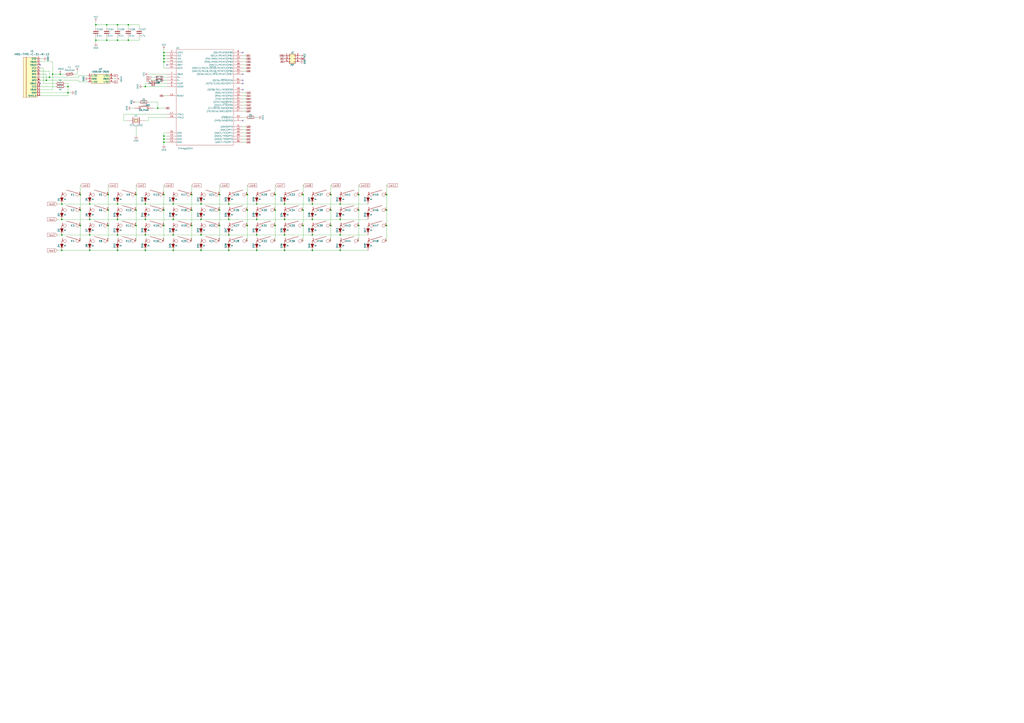
<source format=kicad_sch>
(kicad_sch (version 20200714) (host eeschema "(5.99.0-2560-gff3d5f0de-dirty)")
  (page 1 1)
  (paper "A1")
  (junction (at 38.1 66.04) (diameter 1.016))
  (junction (at 40.64 63.5) (diameter 1.016))
  (junction (at 43.18 60.96) (diameter 1.016))
  (junction (at 49.53 60.96) (diameter 1.016))
  (junction (at 50.8 167.64) (diameter 1.016))
  (junction (at 50.8 180.34) (diameter 1.016))
  (junction (at 50.8 193.04) (diameter 1.016))
  (junction (at 50.8 205.74) (diameter 1.016))
  (junction (at 55.88 71.12) (diameter 1.016))
  (junction (at 55.88 76.2) (diameter 1.016))
  (junction (at 66.04 160.02) (diameter 1.016))
  (junction (at 66.04 172.72) (diameter 1.016))
  (junction (at 66.04 185.42) (diameter 1.016))
  (junction (at 73.66 167.64) (diameter 1.016))
  (junction (at 73.66 180.34) (diameter 1.016))
  (junction (at 73.66 193.04) (diameter 1.016))
  (junction (at 73.66 205.74) (diameter 1.016))
  (junction (at 78.74 20.32) (diameter 1.016))
  (junction (at 78.74 33.02) (diameter 1.016))
  (junction (at 87.63 20.32) (diameter 1.016))
  (junction (at 87.63 33.02) (diameter 1.016))
  (junction (at 88.9 160.02) (diameter 1.016))
  (junction (at 88.9 172.72) (diameter 1.016))
  (junction (at 88.9 185.42) (diameter 1.016))
  (junction (at 96.52 20.32) (diameter 1.016))
  (junction (at 96.52 33.02) (diameter 1.016))
  (junction (at 96.52 167.64) (diameter 1.016))
  (junction (at 96.52 180.34) (diameter 1.016))
  (junction (at 96.52 193.04) (diameter 1.016))
  (junction (at 96.52 205.74) (diameter 1.016))
  (junction (at 105.41 20.32) (diameter 1.016))
  (junction (at 105.41 33.02) (diameter 1.016))
  (junction (at 111.76 160.02) (diameter 1.016))
  (junction (at 111.76 172.72) (diameter 1.016))
  (junction (at 111.76 185.42) (diameter 1.016))
  (junction (at 119.38 71.12) (diameter 1.016))
  (junction (at 119.38 167.64) (diameter 1.016))
  (junction (at 119.38 180.34) (diameter 1.016))
  (junction (at 119.38 193.04) (diameter 1.016))
  (junction (at 119.38 205.74) (diameter 1.016))
  (junction (at 129.54 88.9) (diameter 1.016))
  (junction (at 134.62 43.18) (diameter 1.016))
  (junction (at 134.62 45.72) (diameter 1.016))
  (junction (at 134.62 48.26) (diameter 1.016))
  (junction (at 134.62 50.8) (diameter 1.016))
  (junction (at 134.62 111.76) (diameter 1.016))
  (junction (at 134.62 114.3) (diameter 1.016))
  (junction (at 134.62 116.84) (diameter 1.016))
  (junction (at 134.62 160.02) (diameter 1.016))
  (junction (at 134.62 172.72) (diameter 1.016))
  (junction (at 134.62 185.42) (diameter 1.016))
  (junction (at 142.24 167.64) (diameter 1.016))
  (junction (at 142.24 180.34) (diameter 1.016))
  (junction (at 142.24 193.04) (diameter 1.016))
  (junction (at 142.24 205.74) (diameter 1.016))
  (junction (at 157.48 160.02) (diameter 1.016))
  (junction (at 157.48 172.72) (diameter 1.016))
  (junction (at 157.48 185.42) (diameter 1.016))
  (junction (at 165.1 167.64) (diameter 1.016))
  (junction (at 165.1 180.34) (diameter 1.016))
  (junction (at 165.1 193.04) (diameter 1.016))
  (junction (at 165.1 205.74) (diameter 1.016))
  (junction (at 180.34 160.02) (diameter 1.016))
  (junction (at 180.34 172.72) (diameter 1.016))
  (junction (at 180.34 185.42) (diameter 1.016))
  (junction (at 187.96 167.64) (diameter 1.016))
  (junction (at 187.96 180.34) (diameter 1.016))
  (junction (at 187.96 193.04) (diameter 1.016))
  (junction (at 187.96 205.74) (diameter 1.016))
  (junction (at 203.2 160.02) (diameter 1.016))
  (junction (at 203.2 172.72) (diameter 1.016))
  (junction (at 203.2 185.42) (diameter 1.016))
  (junction (at 210.82 167.64) (diameter 1.016))
  (junction (at 210.82 180.34) (diameter 1.016))
  (junction (at 210.82 193.04) (diameter 1.016))
  (junction (at 210.82 205.74) (diameter 1.016))
  (junction (at 226.06 160.02) (diameter 1.016))
  (junction (at 226.06 172.72) (diameter 1.016))
  (junction (at 226.06 185.42) (diameter 1.016))
  (junction (at 233.68 167.64) (diameter 1.016))
  (junction (at 233.68 180.34) (diameter 1.016))
  (junction (at 233.68 193.04) (diameter 1.016))
  (junction (at 233.68 205.74) (diameter 1.016))
  (junction (at 248.92 160.02) (diameter 1.016))
  (junction (at 248.92 172.72) (diameter 1.016))
  (junction (at 248.92 185.42) (diameter 1.016))
  (junction (at 256.54 167.64) (diameter 1.016))
  (junction (at 256.54 180.34) (diameter 1.016))
  (junction (at 256.54 193.04) (diameter 1.016))
  (junction (at 256.54 205.74) (diameter 1.016))
  (junction (at 271.78 160.02) (diameter 1.016))
  (junction (at 271.78 172.72) (diameter 1.016))
  (junction (at 271.78 185.42) (diameter 1.016))
  (junction (at 279.4 167.64) (diameter 1.016))
  (junction (at 279.4 180.34) (diameter 1.016))
  (junction (at 279.4 193.04) (diameter 1.016))
  (junction (at 279.4 205.74) (diameter 1.016))
  (junction (at 294.64 160.02) (diameter 1.016))
  (junction (at 294.64 172.72) (diameter 1.016))
  (junction (at 294.64 185.42) (diameter 1.016))
  (junction (at 317.5 160.02) (diameter 1.016))
  (junction (at 317.5 172.72) (diameter 1.016))
  (junction (at 317.5 185.42) (diameter 1.016))
  (no_connect (at 199.39 73.66))
  (no_connect (at 33.02 68.58))
  (no_connect (at 199.39 66.04))
  (no_connect (at 199.39 99.06))
  (no_connect (at 33.02 53.34))
  (no_connect (at 199.39 68.58))
  (no_connect (at 137.16 53.34))
  (no_connect (at 199.39 43.18))
  (no_connect (at 199.39 60.96))
  (wire (pts (xy 33.02 48.26) (xy 35.56 48.26)))
  (wire (pts (xy 33.02 50.8) (xy 43.18 50.8)))
  (wire (pts (xy 33.02 55.88) (xy 35.56 55.88)))
  (wire (pts (xy 33.02 58.42) (xy 40.64 58.42)))
  (wire (pts (xy 33.02 60.96) (xy 38.1 60.96)))
  (wire (pts (xy 33.02 63.5) (xy 40.64 63.5)))
  (wire (pts (xy 33.02 66.04) (xy 38.1 66.04)))
  (wire (pts (xy 33.02 71.12) (xy 45.72 71.12)))
  (wire (pts (xy 33.02 73.66) (xy 43.18 73.66)))
  (wire (pts (xy 33.02 76.2) (xy 55.88 76.2)))
  (wire (pts (xy 33.02 78.74) (xy 55.88 78.74)))
  (wire (pts (xy 35.56 55.88) (xy 35.56 68.58)))
  (wire (pts (xy 35.56 68.58) (xy 45.72 68.58)))
  (wire (pts (xy 38.1 60.96) (xy 38.1 66.04)))
  (wire (pts (xy 38.1 66.04) (xy 64.77 66.04)))
  (wire (pts (xy 40.64 63.5) (xy 40.64 58.42)))
  (wire (pts (xy 40.64 63.5) (xy 64.77 63.5)))
  (wire (pts (xy 43.18 50.8) (xy 43.18 60.96)))
  (wire (pts (xy 43.18 60.96) (xy 43.18 73.66)))
  (wire (pts (xy 43.18 60.96) (xy 49.53 60.96)))
  (wire (pts (xy 49.53 60.96) (xy 53.34 60.96)))
  (wire (pts (xy 50.8 167.64) (xy 46.99 167.64)))
  (wire (pts (xy 50.8 167.64) (xy 73.66 167.64)))
  (wire (pts (xy 50.8 180.34) (xy 46.99 180.34)))
  (wire (pts (xy 50.8 180.34) (xy 73.66 180.34)))
  (wire (pts (xy 50.8 193.04) (xy 46.99 193.04)))
  (wire (pts (xy 50.8 193.04) (xy 73.66 193.04)))
  (wire (pts (xy 50.8 205.74) (xy 46.99 205.74)))
  (wire (pts (xy 50.8 205.74) (xy 73.66 205.74)))
  (wire (pts (xy 53.34 68.58) (xy 55.88 68.58)))
  (wire (pts (xy 53.34 71.12) (xy 55.88 71.12)))
  (wire (pts (xy 55.88 68.58) (xy 55.88 71.12)))
  (wire (pts (xy 55.88 71.12) (xy 55.88 76.2)))
  (wire (pts (xy 55.88 76.2) (xy 58.42 76.2)))
  (wire (pts (xy 55.88 78.74) (xy 55.88 76.2)))
  (wire (pts (xy 60.96 60.96) (xy 63.5 60.96)))
  (wire (pts (xy 63.5 58.42) (xy 63.5 60.96)))
  (wire (pts (xy 64.77 62.23) (xy 72.39 62.23)))
  (wire (pts (xy 64.77 63.5) (xy 64.77 62.23)))
  (wire (pts (xy 64.77 67.31) (xy 64.77 66.04)))
  (wire (pts (xy 66.04 160.02) (xy 66.04 152.4)))
  (wire (pts (xy 66.04 172.72) (xy 66.04 160.02)))
  (wire (pts (xy 66.04 185.42) (xy 66.04 172.72)))
  (wire (pts (xy 66.04 198.12) (xy 66.04 185.42)))
  (wire (pts (xy 72.39 67.31) (xy 64.77 67.31)))
  (wire (pts (xy 73.66 167.64) (xy 96.52 167.64)))
  (wire (pts (xy 73.66 180.34) (xy 96.52 180.34)))
  (wire (pts (xy 73.66 193.04) (xy 96.52 193.04)))
  (wire (pts (xy 73.66 205.74) (xy 96.52 205.74)))
  (wire (pts (xy 78.74 17.78) (xy 78.74 20.32)))
  (wire (pts (xy 78.74 20.32) (xy 78.74 22.86)))
  (wire (pts (xy 78.74 20.32) (xy 87.63 20.32)))
  (wire (pts (xy 78.74 30.48) (xy 78.74 33.02)))
  (wire (pts (xy 78.74 33.02) (xy 78.74 35.56)))
  (wire (pts (xy 78.74 33.02) (xy 87.63 33.02)))
  (wire (pts (xy 87.63 20.32) (xy 87.63 22.86)))
  (wire (pts (xy 87.63 20.32) (xy 96.52 20.32)))
  (wire (pts (xy 87.63 30.48) (xy 87.63 33.02)))
  (wire (pts (xy 87.63 33.02) (xy 96.52 33.02)))
  (wire (pts (xy 88.9 160.02) (xy 88.9 152.4)))
  (wire (pts (xy 88.9 172.72) (xy 88.9 160.02)))
  (wire (pts (xy 88.9 185.42) (xy 88.9 172.72)))
  (wire (pts (xy 88.9 198.12) (xy 88.9 185.42)))
  (wire (pts (xy 92.71 64.77) (xy 95.25 64.77)))
  (wire (pts (xy 96.52 20.32) (xy 96.52 22.86)))
  (wire (pts (xy 96.52 20.32) (xy 105.41 20.32)))
  (wire (pts (xy 96.52 33.02) (xy 96.52 30.48)))
  (wire (pts (xy 96.52 33.02) (xy 105.41 33.02)))
  (wire (pts (xy 96.52 167.64) (xy 119.38 167.64)))
  (wire (pts (xy 96.52 180.34) (xy 119.38 180.34)))
  (wire (pts (xy 96.52 193.04) (xy 119.38 193.04)))
  (wire (pts (xy 96.52 205.74) (xy 119.38 205.74)))
  (wire (pts (xy 101.6 93.98) (xy 101.6 99.06)))
  (wire (pts (xy 101.6 93.98) (xy 137.16 93.98)))
  (wire (pts (xy 104.14 99.06) (xy 101.6 99.06)))
  (wire (pts (xy 105.41 20.32) (xy 105.41 22.86)))
  (wire (pts (xy 105.41 20.32) (xy 114.3 20.32)))
  (wire (pts (xy 105.41 33.02) (xy 105.41 30.48)))
  (wire (pts (xy 105.41 33.02) (xy 114.3 33.02)))
  (wire (pts (xy 110.49 88.9) (xy 107.95 88.9)))
  (wire (pts (xy 111.76 83.82) (xy 114.3 83.82)))
  (wire (pts (xy 111.76 104.14) (xy 111.76 111.76)))
  (wire (pts (xy 111.76 160.02) (xy 111.76 152.4)))
  (wire (pts (xy 111.76 172.72) (xy 111.76 160.02)))
  (wire (pts (xy 111.76 185.42) (xy 111.76 172.72)))
  (wire (pts (xy 111.76 198.12) (xy 111.76 185.42)))
  (wire (pts (xy 114.3 20.32) (xy 114.3 22.86)))
  (wire (pts (xy 114.3 33.02) (xy 114.3 30.48)))
  (wire (pts (xy 116.84 71.12) (xy 119.38 71.12)))
  (wire (pts (xy 119.38 68.58) (xy 119.38 71.12)))
  (wire (pts (xy 119.38 71.12) (xy 137.16 71.12)))
  (wire (pts (xy 119.38 167.64) (xy 142.24 167.64)))
  (wire (pts (xy 119.38 180.34) (xy 142.24 180.34)))
  (wire (pts (xy 119.38 193.04) (xy 142.24 193.04)))
  (wire (pts (xy 121.92 60.96) (xy 137.16 60.96)))
  (wire (pts (xy 121.92 68.58) (xy 119.38 68.58)))
  (wire (pts (xy 121.92 83.82) (xy 129.54 83.82)))
  (wire (pts (xy 121.92 96.52) (xy 121.92 99.06)))
  (wire (pts (xy 121.92 99.06) (xy 119.38 99.06)))
  (wire (pts (xy 124.46 63.5) (xy 127 63.5)))
  (wire (pts (xy 124.46 66.04) (xy 127 66.04)))
  (wire (pts (xy 125.73 88.9) (xy 129.54 88.9)))
  (wire (pts (xy 129.54 68.58) (xy 137.16 68.58)))
  (wire (pts (xy 129.54 83.82) (xy 129.54 88.9)))
  (wire (pts (xy 129.54 88.9) (xy 135.89 88.9)))
  (wire (pts (xy 134.62 40.64) (xy 134.62 43.18)))
  (wire (pts (xy 134.62 43.18) (xy 134.62 45.72)))
  (wire (pts (xy 134.62 45.72) (xy 134.62 48.26)))
  (wire (pts (xy 134.62 48.26) (xy 134.62 50.8)))
  (wire (pts (xy 134.62 50.8) (xy 134.62 55.88)))
  (wire (pts (xy 134.62 55.88) (xy 137.16 55.88)))
  (wire (pts (xy 134.62 63.5) (xy 137.16 63.5)))
  (wire (pts (xy 134.62 78.74) (xy 137.16 78.74)))
  (wire (pts (xy 134.62 109.22) (xy 134.62 111.76)))
  (wire (pts (xy 134.62 111.76) (xy 134.62 114.3)))
  (wire (pts (xy 134.62 111.76) (xy 137.16 111.76)))
  (wire (pts (xy 134.62 114.3) (xy 134.62 116.84)))
  (wire (pts (xy 134.62 114.3) (xy 137.16 114.3)))
  (wire (pts (xy 134.62 116.84) (xy 134.62 119.38)))
  (wire (pts (xy 134.62 160.02) (xy 134.62 152.4)))
  (wire (pts (xy 134.62 172.72) (xy 134.62 160.02)))
  (wire (pts (xy 134.62 185.42) (xy 134.62 172.72)))
  (wire (pts (xy 134.62 198.12) (xy 134.62 185.42)))
  (wire (pts (xy 137.16 43.18) (xy 134.62 43.18)))
  (wire (pts (xy 137.16 45.72) (xy 134.62 45.72)))
  (wire (pts (xy 137.16 48.26) (xy 134.62 48.26)))
  (wire (pts (xy 137.16 50.8) (xy 134.62 50.8)))
  (wire (pts (xy 137.16 66.04) (xy 134.62 66.04)))
  (wire (pts (xy 137.16 96.52) (xy 121.92 96.52)))
  (wire (pts (xy 137.16 109.22) (xy 134.62 109.22)))
  (wire (pts (xy 137.16 116.84) (xy 134.62 116.84)))
  (wire (pts (xy 142.24 167.64) (xy 165.1 167.64)))
  (wire (pts (xy 142.24 180.34) (xy 165.1 180.34)))
  (wire (pts (xy 142.24 193.04) (xy 165.1 193.04)))
  (wire (pts (xy 142.24 205.74) (xy 119.38 205.74)))
  (wire (pts (xy 142.24 205.74) (xy 165.1 205.74)))
  (wire (pts (xy 157.48 160.02) (xy 157.48 152.4)))
  (wire (pts (xy 157.48 172.72) (xy 157.48 160.02)))
  (wire (pts (xy 157.48 185.42) (xy 157.48 172.72)))
  (wire (pts (xy 157.48 198.12) (xy 157.48 185.42)))
  (wire (pts (xy 165.1 167.64) (xy 187.96 167.64)))
  (wire (pts (xy 165.1 180.34) (xy 187.96 180.34)))
  (wire (pts (xy 165.1 193.04) (xy 187.96 193.04)))
  (wire (pts (xy 165.1 205.74) (xy 187.96 205.74)))
  (wire (pts (xy 180.34 160.02) (xy 180.34 152.4)))
  (wire (pts (xy 180.34 172.72) (xy 180.34 160.02)))
  (wire (pts (xy 180.34 185.42) (xy 180.34 172.72)))
  (wire (pts (xy 180.34 198.12) (xy 180.34 185.42)))
  (wire (pts (xy 187.96 167.64) (xy 210.82 167.64)))
  (wire (pts (xy 187.96 180.34) (xy 210.82 180.34)))
  (wire (pts (xy 187.96 193.04) (xy 210.82 193.04)))
  (wire (pts (xy 187.96 205.74) (xy 210.82 205.74)))
  (wire (pts (xy 199.39 48.26) (xy 201.93 48.26)))
  (wire (pts (xy 199.39 50.8) (xy 201.93 50.8)))
  (wire (pts (xy 199.39 55.88) (xy 201.93 55.88)))
  (wire (pts (xy 199.39 58.42) (xy 201.93 58.42)))
  (wire (pts (xy 199.39 76.2) (xy 201.93 76.2)))
  (wire (pts (xy 199.39 78.74) (xy 201.93 78.74)))
  (wire (pts (xy 199.39 81.28) (xy 201.93 81.28)))
  (wire (pts (xy 199.39 83.82) (xy 201.93 83.82)))
  (wire (pts (xy 199.39 86.36) (xy 201.93 86.36)))
  (wire (pts (xy 199.39 88.9) (xy 201.93 88.9)))
  (wire (pts (xy 199.39 91.44) (xy 201.93 91.44)))
  (wire (pts (xy 199.39 104.14) (xy 201.93 104.14)))
  (wire (pts (xy 199.39 109.22) (xy 201.93 109.22)))
  (wire (pts (xy 199.39 111.76) (xy 201.93 111.76)))
  (wire (pts (xy 199.39 114.3) (xy 201.93 114.3)))
  (wire (pts (xy 199.39 116.84) (xy 201.93 116.84)))
  (wire (pts (xy 201.93 45.72) (xy 199.39 45.72)))
  (wire (pts (xy 201.93 53.34) (xy 199.39 53.34)))
  (wire (pts (xy 201.93 96.52) (xy 199.39 96.52)))
  (wire (pts (xy 201.93 106.68) (xy 199.39 106.68)))
  (wire (pts (xy 203.2 160.02) (xy 203.2 152.4)))
  (wire (pts (xy 203.2 172.72) (xy 203.2 160.02)))
  (wire (pts (xy 203.2 185.42) (xy 203.2 172.72)))
  (wire (pts (xy 203.2 198.12) (xy 203.2 185.42)))
  (wire (pts (xy 209.55 96.52) (xy 212.09 96.52)))
  (wire (pts (xy 210.82 167.64) (xy 233.68 167.64)))
  (wire (pts (xy 210.82 180.34) (xy 233.68 180.34)))
  (wire (pts (xy 210.82 193.04) (xy 233.68 193.04)))
  (wire (pts (xy 210.82 205.74) (xy 233.68 205.74)))
  (wire (pts (xy 226.06 160.02) (xy 226.06 152.4)))
  (wire (pts (xy 226.06 172.72) (xy 226.06 160.02)))
  (wire (pts (xy 226.06 185.42) (xy 226.06 172.72)))
  (wire (pts (xy 226.06 198.12) (xy 226.06 185.42)))
  (wire (pts (xy 233.68 167.64) (xy 256.54 167.64)))
  (wire (pts (xy 233.68 180.34) (xy 256.54 180.34)))
  (wire (pts (xy 233.68 193.04) (xy 256.54 193.04)))
  (wire (pts (xy 233.68 205.74) (xy 256.54 205.74)))
  (wire (pts (xy 248.92 160.02) (xy 248.92 152.4)))
  (wire (pts (xy 248.92 172.72) (xy 248.92 160.02)))
  (wire (pts (xy 248.92 185.42) (xy 248.92 172.72)))
  (wire (pts (xy 248.92 198.12) (xy 248.92 185.42)))
  (wire (pts (xy 256.54 167.64) (xy 279.4 167.64)))
  (wire (pts (xy 256.54 180.34) (xy 279.4 180.34)))
  (wire (pts (xy 256.54 193.04) (xy 279.4 193.04)))
  (wire (pts (xy 256.54 205.74) (xy 279.4 205.74)))
  (wire (pts (xy 271.78 152.4) (xy 271.78 160.02)))
  (wire (pts (xy 271.78 160.02) (xy 271.78 172.72)))
  (wire (pts (xy 271.78 172.72) (xy 271.78 185.42)))
  (wire (pts (xy 271.78 185.42) (xy 271.78 198.12)))
  (wire (pts (xy 279.4 167.64) (xy 302.26 167.64)))
  (wire (pts (xy 279.4 180.34) (xy 302.26 180.34)))
  (wire (pts (xy 279.4 193.04) (xy 302.26 193.04)))
  (wire (pts (xy 279.4 205.74) (xy 302.26 205.74)))
  (wire (pts (xy 294.64 160.02) (xy 294.64 152.4)))
  (wire (pts (xy 294.64 172.72) (xy 294.64 160.02)))
  (wire (pts (xy 294.64 185.42) (xy 294.64 172.72)))
  (wire (pts (xy 294.64 198.12) (xy 294.64 185.42)))
  (wire (pts (xy 317.5 152.4) (xy 317.5 160.02)))
  (wire (pts (xy 317.5 160.02) (xy 317.5 172.72)))
  (wire (pts (xy 317.5 172.72) (xy 317.5 185.42)))
  (wire (pts (xy 317.5 185.42) (xy 317.5 198.12)))
  (global_label "row0" (shape input) (at 46.99 167.64 180) (effects (font (size 1.4986 1.4986))))
  (global_label "row1" (shape input) (at 46.99 180.34 180) (effects (font (size 1.4986 1.4986))))
  (global_label "row2" (shape input) (at 46.99 193.04 180) (effects (font (size 1.4986 1.4986))))
  (global_label "row3" (shape input) (at 46.99 205.74 180) (effects (font (size 1.4986 1.4986))))
  (global_label "col0" (shape input) (at 66.04 152.4 0) (effects (font (size 1.4986 1.4986))))
  (global_label "col1" (shape input) (at 88.9 152.4 0) (effects (font (size 1.4986 1.4986))))
  (global_label "D-" (shape input) (at 92.71 62.23 0) (effects (font (size 0.9906 0.9906))))
  (global_label "D+" (shape input) (at 92.71 67.31 0) (effects (font (size 0.9906 0.9906))))
  (global_label "col2" (shape input) (at 111.76 152.4 0) (effects (font (size 1.4986 1.4986))))
  (global_label "D+" (shape input) (at 124.46 63.5 180) (effects (font (size 0.9906 0.9906))))
  (global_label "D-" (shape input) (at 124.46 66.04 180) (effects (font (size 0.9906 0.9906))))
  (global_label "RST" (shape input) (at 134.62 78.74 180) (effects (font (size 0.7112 0.7112))))
  (global_label "col3" (shape input) (at 134.62 152.4 0) (effects (font (size 1.4986 1.4986))))
  (global_label "RST" (shape input) (at 135.89 88.9 0) (effects (font (size 0.7112 0.7112))))
  (global_label "col4" (shape input) (at 157.48 152.4 0) (effects (font (size 1.4986 1.4986))))
  (global_label "col5" (shape input) (at 180.34 152.4 0) (effects (font (size 1.4986 1.4986))))
  (global_label "SCK" (shape input) (at 201.93 45.72 0) (effects (font (size 0.7112 0.7112))))
  (global_label "MOSI" (shape input) (at 201.93 48.26 0) (effects (font (size 0.7112 0.7112))))
  (global_label "MISO" (shape input) (at 201.93 50.8 0) (effects (font (size 0.7112 0.7112))))
  (global_label "col8" (shape input) (at 201.93 53.34 0) (effects (font (size 0.7112 0.7112))))
  (global_label "col7" (shape input) (at 201.93 55.88 0) (effects (font (size 0.7112 0.7112))))
  (global_label "col6" (shape input) (at 201.93 58.42 0) (effects (font (size 0.7112 0.7112))))
  (global_label "row0" (shape input) (at 201.93 76.2 0) (effects (font (size 0.7112 0.7112))))
  (global_label "row1" (shape input) (at 201.93 78.74 0) (effects (font (size 0.7112 0.7112))))
  (global_label "row2" (shape input) (at 201.93 81.28 0) (effects (font (size 0.7112 0.7112))))
  (global_label "col11" (shape input) (at 201.93 83.82 0) (effects (font (size 0.7112 0.7112))))
  (global_label "row3" (shape input) (at 201.93 86.36 0) (effects (font (size 0.7112 0.7112))))
  (global_label "col10" (shape input) (at 201.93 88.9 0) (effects (font (size 0.7112 0.7112))))
  (global_label "col9" (shape input) (at 201.93 91.44 0) (effects (font (size 0.7112 0.7112))))
  (global_label "col0" (shape input) (at 201.93 104.14 0) (effects (font (size 0.7112 0.7112))))
  (global_label "col1" (shape input) (at 201.93 106.68 0) (effects (font (size 0.7112 0.7112))))
  (global_label "col2" (shape input) (at 201.93 109.22 0) (effects (font (size 0.7112 0.7112))))
  (global_label "col3" (shape input) (at 201.93 111.76 0) (effects (font (size 0.7112 0.7112))))
  (global_label "col4" (shape input) (at 201.93 114.3 0) (effects (font (size 0.7112 0.7112))))
  (global_label "col5" (shape input) (at 201.93 116.84 0) (effects (font (size 0.7112 0.7112))))
  (global_label "col6" (shape input) (at 203.2 152.4 0) (effects (font (size 1.4986 1.4986))))
  (global_label "col7" (shape input) (at 226.06 152.4 0) (effects (font (size 1.4986 1.4986))))
  (global_label "MISO" (shape input) (at 233.68 45.72 180) (effects (font (size 0.7112 0.7112))))
  (global_label "SCK" (shape input) (at 233.68 48.26 180) (effects (font (size 0.7112 0.7112))))
  (global_label "RST" (shape input) (at 233.68 50.8 180) (effects (font (size 0.7112 0.7112))))
  (global_label "MOSI" (shape input) (at 246.38 48.26 0) (effects (font (size 0.7112 0.7112))))
  (global_label "col8" (shape input) (at 248.92 152.4 0) (effects (font (size 1.4986 1.4986))))
  (global_label "col9" (shape input) (at 271.78 152.4 0) (effects (font (size 1.4986 1.4986))))
  (global_label "col10" (shape input) (at 294.64 152.4 0) (effects (font (size 1.4986 1.4986))))
  (global_label "col11" (shape input) (at 317.5 152.4 0) (effects (font (size 1.4986 1.4986))))
  (symbol (lib_id "Power:VBUS") (at 49.53 60.96 0) (unit 1)
    (property "Reference" "#PWR0105" (effects hide))
    (property "Value" "VBUS" (at 49.8983 56.6356 0))
  )
  (symbol (lib_id "Power:VCC") (at 63.5 58.42 0) (unit 1)
    (property "Reference" "#PWR021" (effects hide))
    (property "Value" "VCC" (at 63.5 54.61 0))
  )
  (symbol (lib_id "Power:VCC") (at 78.74 17.78 0) (unit 1)
    (property "Reference" "#PWR02" (effects hide))
    (property "Value" "VCC" (at 78.74 13.97 0))
  )
  (symbol (lib_id "Power:VBUS") (at 95.25 64.77 270) (unit 1)
    (property "Reference" "#PWR0103" (effects hide))
    (property "Value" "VBUS" (at 99.5744 65.1383 0))
  )
  (symbol (lib_id "Power:VCC") (at 111.76 83.82 90) (unit 1)
    (property "Reference" "#PWR04" (effects hide))
    (property "Value" "VCC" (at 107.95 83.82 0))
  )
  (symbol (lib_id "Power:VCC") (at 121.92 60.96 90) (unit 1)
    (property "Reference" "#PWR0104" (effects hide))
    (property "Value" "VCC" (at 118.11 60.96 0))
  )
  (symbol (lib_id "Power:VCC") (at 134.62 40.64 0) (unit 1)
    (property "Reference" "#PWR08" (effects hide))
    (property "Value" "VCC" (at 134.62 36.83 0))
  )
  (symbol (lib_id "Power:VCC") (at 246.38 45.72 270) (unit 1)
    (property "Reference" "#PWR011" (effects hide))
    (property "Value" "VCC" (at 250.19 45.72 0))
  )
  (symbol (lib_id "Power:GND") (at 35.56 48.26 90) (mirror x) (unit 1)
    (property "Reference" "#PWR0101" (effects hide))
    (property "Value" "GND" (at 39.37 48.26 0))
  )
  (symbol (lib_id "Power:GND") (at 58.42 76.2 90) (mirror x) (unit 1)
    (property "Reference" "#PWR07" (effects hide))
    (property "Value" "GND" (at 62.23 76.2 0))
  )
  (symbol (lib_id "Power:GND") (at 72.39 64.77 270) (mirror x) (unit 1)
    (property "Reference" "#PWR0106" (effects hide))
    (property "Value" "GND" (at 68.58 64.77 0))
  )
  (symbol (lib_id "Power:GND") (at 78.74 35.56 0) (unit 1)
    (property "Reference" "#PWR03" (effects hide))
    (property "Value" "GND" (at 78.74 39.37 0))
  )
  (symbol (lib_id "Power:GND") (at 107.95 88.9 270) (unit 1)
    (property "Reference" "#PWR05" (effects hide))
    (property "Value" "GND" (at 104.14 88.9 0))
  )
  (symbol (lib_id "Power:GND") (at 111.76 111.76 0) (unit 1)
    (property "Reference" "#PWR01" (effects hide))
    (property "Value" "GND" (at 111.76 115.57 0))
  )
  (symbol (lib_id "Power:GND") (at 116.84 71.12 270) (mirror x) (unit 1)
    (property "Reference" "#PWR0102" (effects hide))
    (property "Value" "GND" (at 113.03 71.12 0))
  )
  (symbol (lib_id "Power:GND") (at 134.62 119.38 0) (unit 1)
    (property "Reference" "#PWR09" (effects hide))
    (property "Value" "GND" (at 134.62 123.19 0))
  )
  (symbol (lib_id "Power:GND") (at 212.09 96.52 90) (unit 1)
    (property "Reference" "#PWR06" (effects hide))
    (property "Value" "GND" (at 215.9 96.52 0))
  )
  (symbol (lib_id "Power:GND") (at 246.38 50.8 90) (unit 1)
    (property "Reference" "#PWR010" (effects hide))
    (property "Value" "GND" (at 250.19 50.8 0))
  )
  (symbol (lib_id "Device:R") (at 49.53 68.58 90) (unit 1)
    (property "Reference" "R1" (at 49.53 66.04 90) (effects (font (size 0.991 0.991))))
    (property "Value" "5.1k" (at 49.53 68.58 90) (effects (font (size 0.9906 0.9906))))
    (property "Footprint" "Keeb_components:R_0805" (effects hide))
  )
  (symbol (lib_id "Device:R") (at 49.53 71.12 90) (unit 1)
    (property "Reference" "R2" (at 49.53 73.66 90) (effects (font (size 0.991 0.991))))
    (property "Value" "5.1k" (at 49.53 71.12 90) (effects (font (size 0.9906 0.9906))))
    (property "Footprint" "Keeb_components:R_0805" (effects hide))
  )
  (symbol (lib_id "Device:R") (at 118.11 83.82 90) (unit 1)
    (property "Reference" "R5" (at 118.11 81.788 90))
    (property "Value" "10k" (at 118.11 83.82 90))
    (property "Footprint" "Keeb_components:R_0805" (effects hide))
  )
  (symbol (lib_id "Device:R") (at 130.81 63.5 90) (unit 1)
    (property "Reference" "R3" (at 129.311 63.5 90) (effects (font (size 0.991 0.991))))
    (property "Value" "22" (at 132.1054 63.5 90) (effects (font (size 0.9906 0.9906))))
    (property "Footprint" "Keeb_components:R_0805" (effects hide))
  )
  (symbol (lib_id "Device:R") (at 130.81 66.04 90) (unit 1)
    (property "Reference" "R4" (at 129.311 66.04 90) (effects (font (size 0.991 0.991))))
    (property "Value" "22" (at 132.1054 66.04 90) (effects (font (size 0.9906 0.9906))))
    (property "Footprint" "Keeb_components:R_0805" (effects hide))
  )
  (symbol (lib_id "Device:R") (at 205.74 96.52 90) (unit 1)
    (property "Reference" "R6" (at 205.74 94.488 90))
    (property "Value" "10k" (at 205.74 96.52 90))
    (property "Footprint" "Keeb_components:R_0805" (effects hide))
  )
  (symbol (lib_id "Device:D_ALT") (at 50.8 163.83 90) (unit 1)
    (property "Reference" "D1" (at 48.26 163.83 0))
    (property "Value" "D" (at 53.34 163.83 0))
    (property "Footprint" "Keeb_components:hybrid_DIODE_sans" (effects hide))
  )
  (symbol (lib_id "Device:D_ALT") (at 50.8 176.53 90) (unit 1)
    (property "Reference" "D2" (at 48.26 176.53 0))
    (property "Value" "D" (at 53.34 176.53 0))
    (property "Footprint" "Keeb_components:hybrid_DIODE_sans" (effects hide))
  )
  (symbol (lib_id "Device:D_ALT") (at 50.8 189.23 90) (unit 1)
    (property "Reference" "D3" (at 48.26 189.23 0))
    (property "Value" "D" (at 53.34 189.23 0))
    (property "Footprint" "Keeb_components:hybrid_DIODE_sans" (effects hide))
  )
  (symbol (lib_id "Device:D_ALT") (at 50.8 201.93 90) (unit 1)
    (property "Reference" "D4" (at 48.26 201.93 0))
    (property "Value" "D" (at 53.34 201.93 0))
    (property "Footprint" "Keeb_components:hybrid_DIODE_sans" (effects hide))
  )
  (symbol (lib_id "Device:D_ALT") (at 73.66 163.83 90) (unit 1)
    (property "Reference" "D5" (at 71.12 163.83 0))
    (property "Value" "D" (at 76.2 163.83 0))
    (property "Footprint" "Keeb_components:hybrid_DIODE_sans" (effects hide))
  )
  (symbol (lib_id "Device:D_ALT") (at 73.66 176.53 90) (unit 1)
    (property "Reference" "D6" (at 71.12 176.53 0))
    (property "Value" "D" (at 76.2 176.53 0))
    (property "Footprint" "Keeb_components:hybrid_DIODE_sans" (effects hide))
  )
  (symbol (lib_id "Device:D_ALT") (at 73.66 189.23 90) (unit 1)
    (property "Reference" "D7" (at 71.12 189.23 0))
    (property "Value" "D" (at 76.2 189.23 0))
    (property "Footprint" "Keeb_components:hybrid_DIODE_sans" (effects hide))
  )
  (symbol (lib_id "Device:D_ALT") (at 73.66 201.93 90) (unit 1)
    (property "Reference" "D8" (at 71.12 201.93 0))
    (property "Value" "D" (at 76.2 201.93 0))
    (property "Footprint" "Keeb_components:hybrid_DIODE_sans" (effects hide))
  )
  (symbol (lib_id "Device:D_ALT") (at 96.52 163.83 90) (unit 1)
    (property "Reference" "D9" (at 93.98 163.83 0))
    (property "Value" "D" (at 99.06 163.83 0))
    (property "Footprint" "Keeb_components:hybrid_DIODE_sans" (effects hide))
  )
  (symbol (lib_id "Device:D_ALT") (at 96.52 176.53 90) (unit 1)
    (property "Reference" "D10" (at 93.98 176.53 0))
    (property "Value" "D" (at 99.06 176.53 0))
    (property "Footprint" "Keeb_components:hybrid_DIODE_sans" (effects hide))
  )
  (symbol (lib_id "Device:D_ALT") (at 96.52 189.23 90) (unit 1)
    (property "Reference" "D11" (at 93.98 189.23 0))
    (property "Value" "D" (at 99.06 189.23 0))
    (property "Footprint" "Keeb_components:hybrid_DIODE_sans" (effects hide))
  )
  (symbol (lib_id "Device:D_ALT") (at 96.52 201.93 90) (unit 1)
    (property "Reference" "D12" (at 93.98 201.93 0))
    (property "Value" "D" (at 99.06 201.93 0))
    (property "Footprint" "Keeb_components:hybrid_DIODE_sans" (effects hide))
  )
  (symbol (lib_id "Device:D_ALT") (at 119.38 163.83 90) (unit 1)
    (property "Reference" "D13" (at 116.84 163.83 0))
    (property "Value" "D" (at 121.92 163.83 0))
    (property "Footprint" "Keeb_components:hybrid_DIODE_sans" (effects hide))
  )
  (symbol (lib_id "Device:D_ALT") (at 119.38 176.53 90) (unit 1)
    (property "Reference" "D14" (at 116.84 176.53 0))
    (property "Value" "D" (at 121.92 176.53 0))
    (property "Footprint" "Keeb_components:hybrid_DIODE_sans" (effects hide))
  )
  (symbol (lib_id "Device:D_ALT") (at 119.38 189.23 90) (unit 1)
    (property "Reference" "D15" (at 116.84 189.23 0))
    (property "Value" "D" (at 121.92 189.23 0))
    (property "Footprint" "Keeb_components:hybrid_DIODE_sans" (effects hide))
  )
  (symbol (lib_id "Device:D_ALT") (at 119.38 201.93 90) (unit 1)
    (property "Reference" "D16" (at 116.84 201.93 0))
    (property "Value" "D" (at 121.92 201.93 0))
    (property "Footprint" "Keeb_components:hybrid_DIODE_sans" (effects hide))
  )
  (symbol (lib_id "Device:D_ALT") (at 142.24 163.83 90) (unit 1)
    (property "Reference" "D17" (at 139.7 163.83 0))
    (property "Value" "D" (at 144.78 163.83 0))
    (property "Footprint" "Keeb_components:hybrid_DIODE_sans" (effects hide))
  )
  (symbol (lib_id "Device:D_ALT") (at 142.24 176.53 90) (unit 1)
    (property "Reference" "D18" (at 139.7 176.53 0))
    (property "Value" "D" (at 144.78 176.53 0))
    (property "Footprint" "Keeb_components:hybrid_DIODE_sans" (effects hide))
  )
  (symbol (lib_id "Device:D_ALT") (at 142.24 189.23 90) (unit 1)
    (property "Reference" "D19" (at 139.7 189.23 0))
    (property "Value" "D" (at 144.78 189.23 0))
    (property "Footprint" "Keeb_components:hybrid_DIODE_sans" (effects hide))
  )
  (symbol (lib_id "Device:D_ALT") (at 142.24 201.93 90) (unit 1)
    (property "Reference" "D20" (at 139.7 201.93 0))
    (property "Value" "D" (at 144.78 201.93 0))
    (property "Footprint" "Keeb_components:hybrid_DIODE_sans" (effects hide))
  )
  (symbol (lib_id "Device:D_ALT") (at 165.1 163.83 90) (unit 1)
    (property "Reference" "D21" (at 162.56 163.83 0))
    (property "Value" "D" (at 167.64 163.83 0))
    (property "Footprint" "Keeb_components:hybrid_DIODE_sans" (effects hide))
  )
  (symbol (lib_id "Device:D_ALT") (at 165.1 176.53 90) (unit 1)
    (property "Reference" "D22" (at 162.56 176.53 0))
    (property "Value" "D" (at 167.64 176.53 0))
    (property "Footprint" "Keeb_components:hybrid_DIODE_sans" (effects hide))
  )
  (symbol (lib_id "Device:D_ALT") (at 165.1 189.23 90) (unit 1)
    (property "Reference" "D23" (at 162.56 189.23 0))
    (property "Value" "D" (at 167.64 189.23 0))
    (property "Footprint" "Keeb_components:hybrid_DIODE_sans" (effects hide))
  )
  (symbol (lib_id "Device:D_ALT") (at 165.1 201.93 90) (unit 1)
    (property "Reference" "D24" (at 162.56 201.93 0))
    (property "Value" "D" (at 167.64 201.93 0))
    (property "Footprint" "Keeb_components:hybrid_DIODE_sans" (effects hide))
  )
  (symbol (lib_id "Device:D_ALT") (at 187.96 163.83 90) (unit 1)
    (property "Reference" "D25" (at 185.42 163.83 0))
    (property "Value" "D" (at 190.5 163.83 0))
    (property "Footprint" "Keeb_components:hybrid_DIODE_sans" (effects hide))
  )
  (symbol (lib_id "Device:D_ALT") (at 187.96 176.53 90) (unit 1)
    (property "Reference" "D26" (at 185.42 176.53 0))
    (property "Value" "D" (at 190.5 176.53 0))
    (property "Footprint" "Keeb_components:hybrid_DIODE_sans" (effects hide))
  )
  (symbol (lib_id "Device:D_ALT") (at 187.96 189.23 90) (unit 1)
    (property "Reference" "D27" (at 185.42 189.23 0))
    (property "Value" "D" (at 190.5 189.23 0))
    (property "Footprint" "Keeb_components:hybrid_DIODE_sans" (effects hide))
  )
  (symbol (lib_id "Device:D_ALT") (at 187.96 201.93 90) (unit 1)
    (property "Reference" "D28" (at 185.42 201.93 0))
    (property "Value" "D" (at 190.5 201.93 0))
    (property "Footprint" "Keeb_components:hybrid_DIODE_sans" (effects hide))
  )
  (symbol (lib_id "Device:D_ALT") (at 210.82 163.83 90) (unit 1)
    (property "Reference" "D29" (at 208.28 163.83 0))
    (property "Value" "D" (at 213.36 163.83 0))
    (property "Footprint" "Keeb_components:hybrid_DIODE_sans" (effects hide))
  )
  (symbol (lib_id "Device:D_ALT") (at 210.82 176.53 90) (unit 1)
    (property "Reference" "D30" (at 208.28 176.53 0))
    (property "Value" "D" (at 213.36 176.53 0))
    (property "Footprint" "Keeb_components:hybrid_DIODE_sans" (effects hide))
  )
  (symbol (lib_id "Device:D_ALT") (at 210.82 189.23 90) (unit 1)
    (property "Reference" "D31" (at 208.28 189.23 0))
    (property "Value" "D" (at 213.36 189.23 0))
    (property "Footprint" "Keeb_components:hybrid_DIODE_sans" (effects hide))
  )
  (symbol (lib_id "Device:D_ALT") (at 210.82 201.93 90) (unit 1)
    (property "Reference" "D32" (at 208.28 201.93 0))
    (property "Value" "D" (at 213.36 201.93 0))
    (property "Footprint" "Keeb_components:hybrid_DIODE_sans" (effects hide))
  )
  (symbol (lib_id "Device:D_ALT") (at 233.68 163.83 90) (unit 1)
    (property "Reference" "D33" (at 231.14 163.83 0))
    (property "Value" "D" (at 236.22 163.83 0))
    (property "Footprint" "Keeb_components:hybrid_DIODE_sans" (effects hide))
  )
  (symbol (lib_id "Device:D_ALT") (at 233.68 176.53 90) (unit 1)
    (property "Reference" "D34" (at 231.14 176.53 0))
    (property "Value" "D" (at 236.22 176.53 0))
    (property "Footprint" "Keeb_components:hybrid_DIODE_sans" (effects hide))
  )
  (symbol (lib_id "Device:D_ALT") (at 233.68 189.23 90) (unit 1)
    (property "Reference" "D35" (at 231.14 189.23 0))
    (property "Value" "D" (at 236.22 189.23 0))
    (property "Footprint" "Keeb_components:hybrid_DIODE_sans" (effects hide))
  )
  (symbol (lib_id "Device:D_ALT") (at 233.68 201.93 90) (unit 1)
    (property "Reference" "D36" (at 231.14 201.93 0))
    (property "Value" "D" (at 236.22 201.93 0))
    (property "Footprint" "Keeb_components:hybrid_DIODE_sans" (effects hide))
  )
  (symbol (lib_id "Device:D_ALT") (at 256.54 163.83 90) (unit 1)
    (property "Reference" "D37" (at 254 163.83 0))
    (property "Value" "D" (at 259.08 163.83 0))
    (property "Footprint" "Keeb_components:hybrid_DIODE_sans" (effects hide))
  )
  (symbol (lib_id "Device:D_ALT") (at 256.54 176.53 90) (unit 1)
    (property "Reference" "D38" (at 254 176.53 0))
    (property "Value" "D" (at 259.08 176.53 0))
    (property "Footprint" "Keeb_components:hybrid_DIODE_sans" (effects hide))
  )
  (symbol (lib_id "Device:D_ALT") (at 256.54 189.23 90) (unit 1)
    (property "Reference" "D39" (at 254 189.23 0))
    (property "Value" "D" (at 259.08 189.23 0))
    (property "Footprint" "Keeb_components:hybrid_DIODE_sans" (effects hide))
  )
  (symbol (lib_id "Device:D_ALT") (at 256.54 201.93 90) (unit 1)
    (property "Reference" "D40" (at 254 201.93 0))
    (property "Value" "D" (at 259.08 201.93 0))
    (property "Footprint" "Keeb_components:hybrid_DIODE_sans" (effects hide))
  )
  (symbol (lib_id "Device:D_ALT") (at 279.4 163.83 90) (unit 1)
    (property "Reference" "D41" (at 276.86 163.83 0))
    (property "Value" "D" (at 281.94 163.83 0))
    (property "Footprint" "Keeb_components:hybrid_DIODE_sans" (effects hide))
  )
  (symbol (lib_id "Device:D_ALT") (at 279.4 176.53 90) (unit 1)
    (property "Reference" "D42" (at 276.86 176.53 0))
    (property "Value" "D" (at 281.94 176.53 0))
    (property "Footprint" "Keeb_components:hybrid_DIODE_sans" (effects hide))
  )
  (symbol (lib_id "Device:D_ALT") (at 279.4 189.23 90) (unit 1)
    (property "Reference" "D43" (at 276.86 189.23 0))
    (property "Value" "D" (at 281.94 189.23 0))
    (property "Footprint" "Keeb_components:hybrid_DIODE_sans" (effects hide))
  )
  (symbol (lib_id "Device:D_ALT") (at 279.4 201.93 90) (unit 1)
    (property "Reference" "D44" (at 276.86 201.93 0))
    (property "Value" "D" (at 281.94 201.93 0))
    (property "Footprint" "Keeb_components:hybrid_DIODE_sans" (effects hide))
  )
  (symbol (lib_id "Device:D_ALT") (at 302.26 163.83 90) (unit 1)
    (property "Reference" "D45" (at 299.72 163.83 0))
    (property "Value" "D" (at 304.8 163.83 0))
    (property "Footprint" "Keeb_components:hybrid_DIODE_sans" (effects hide))
  )
  (symbol (lib_id "Device:D_ALT") (at 302.26 176.53 90) (unit 1)
    (property "Reference" "D46" (at 299.72 176.53 0))
    (property "Value" "D" (at 304.8 176.53 0))
    (property "Footprint" "Keeb_components:hybrid_DIODE_sans" (effects hide))
  )
  (symbol (lib_id "Device:D_ALT") (at 302.26 189.23 90) (unit 1)
    (property "Reference" "D47" (at 299.72 189.23 0))
    (property "Value" "D" (at 304.8 189.23 0))
    (property "Footprint" "Keeb_components:hybrid_DIODE_sans" (effects hide))
  )
  (symbol (lib_id "Device:D_ALT") (at 302.26 201.93 90) (unit 1)
    (property "Reference" "D48" (at 299.72 201.93 0))
    (property "Value" "D" (at 304.8 201.93 0))
    (property "Footprint" "Keeb_components:hybrid_DIODE_sans" (effects hide))
  )
  (symbol (lib_id "Device:Polyfuse") (at 57.15 60.96 90) (unit 1)
    (property "Reference" "F1" (at 57.15 55.353 90))
    (property "Value" "Polyfuse" (at 57.15 57.6515 90))
    (property "Footprint" "Keeb_components:F_0805" (effects hide))
  )
  (symbol (lib_id "Device:C") (at 78.74 26.67 0) (unit 1)
    (property "Reference" "C103" (at 79.375 24.13 0) (effects (justify left)))
    (property "Value" "0.1u" (at 79.375 29.21 0) (effects (justify left)))
    (property "Footprint" "Keeb_components:C_0805" (effects hide))
  )
  (symbol (lib_id "Device:C") (at 87.63 26.67 0) (unit 1)
    (property "Reference" "C104" (at 88.265 24.13 0) (effects (justify left)))
    (property "Value" "0.1u" (at 88.265 29.21 0) (effects (justify left)))
    (property "Footprint" "Keeb_components:C_0805" (effects hide))
  )
  (symbol (lib_id "Device:C") (at 96.52 26.67 0) (unit 1)
    (property "Reference" "C105" (at 97.155 24.13 0) (effects (justify left)))
    (property "Value" "0.1u" (at 97.155 29.21 0) (effects (justify left)))
    (property "Footprint" "Keeb_components:C_0805" (effects hide))
  )
  (symbol (lib_id "Device:C") (at 105.41 26.67 0) (unit 1)
    (property "Reference" "C106" (at 106.045 24.13 0) (effects (justify left)))
    (property "Value" "0.1u" (at 106.045 29.21 0) (effects (justify left)))
    (property "Footprint" "Keeb_components:C_0805" (effects hide))
  )
  (symbol (lib_id "Device:C") (at 114.3 26.67 0) (unit 1)
    (property "Reference" "C107" (at 114.935 24.13 0) (effects (justify left)))
    (property "Value" "4.7u" (at 114.935 29.21 0) (effects (justify left)))
    (property "Footprint" "Keeb_components:C_0805" (effects hide))
  )
  (symbol (lib_id "Device:C") (at 125.73 68.58 270) (mirror x) (unit 1)
    (property "Reference" "C108" (at 127.2794 67.8688 90) (effects (font (size 0.9906 0.9906)) (justify left)))
    (property "Value" "1u" (at 122.1994 67.8688 90) (effects (font (size 0.9906 0.9906)) (justify left)))
    (property "Footprint" "Keeb_components:C_0805" (effects hide))
  )
  (symbol (lib_id "keyboard_parts:SW_PUSH") (at 118.11 88.9 0) (unit 1)
    (property "Reference" "SW1" (at 119.38 86.36 0) (effects (justify left)))
    (property "Value" "SW_Push" (at 118.11 90.424 0))
    (property "Footprint" "Button_Switch_SMD:SW_SPST_TL3342" (effects hide))
  )
  (symbol (lib_id "keyboard_parts:KEYSW") (at 58.42 160.02 0) (mirror y) (unit 1)
    (property "Reference" "K1" (at 59.69 160.02 0) (effects (font (size 1.524 1.524))))
    (property "Value" "KEYSW" (effects hide))
    (property "Footprint" "Keeb_switches:CHERRY_PLATE_100H" (effects hide))
  )
  (symbol (lib_id "keyboard_parts:KEYSW") (at 58.42 172.72 0) (mirror y) (unit 1)
    (property "Reference" "K2" (at 59.69 172.72 0) (effects (font (size 1.524 1.524))))
    (property "Value" "KEYSW" (effects hide))
    (property "Footprint" "Keeb_switches:CHERRY_PLATE_100H" (effects hide))
  )
  (symbol (lib_id "keyboard_parts:KEYSW") (at 58.42 185.42 0) (mirror y) (unit 1)
    (property "Reference" "K3" (at 59.69 185.42 0) (effects (font (size 1.524 1.524))))
    (property "Value" "KEYSW" (effects hide))
    (property "Footprint" "Keeb_switches:CHERRY_PLATE_100H" (effects hide))
  )
  (symbol (lib_id "keyboard_parts:KEYSW") (at 58.42 198.12 0) (mirror y) (unit 1)
    (property "Reference" "K4" (at 59.69 198.12 0) (effects (font (size 1.524 1.524))))
    (property "Value" "KEYSW" (effects hide))
    (property "Footprint" "Keeb_switches:CHERRY_PLATE_100H" (effects hide))
  )
  (symbol (lib_id "keyboard_parts:KEYSW") (at 81.28 160.02 0) (mirror y) (unit 1)
    (property "Reference" "K5" (at 82.55 160.02 0) (effects (font (size 1.524 1.524))))
    (property "Value" "KEYSW" (effects hide))
    (property "Footprint" "Keeb_switches:CHERRY_PLATE_100H" (effects hide))
  )
  (symbol (lib_id "keyboard_parts:KEYSW") (at 81.28 172.72 0) (mirror y) (unit 1)
    (property "Reference" "K6" (at 82.55 172.72 0) (effects (font (size 1.524 1.524))))
    (property "Value" "KEYSW" (effects hide))
    (property "Footprint" "Keeb_switches:CHERRY_PLATE_100H" (effects hide))
  )
  (symbol (lib_id "keyboard_parts:KEYSW") (at 81.28 185.42 0) (mirror y) (unit 1)
    (property "Reference" "K7" (at 82.55 185.42 0) (effects (font (size 1.524 1.524))))
    (property "Value" "KEYSW" (effects hide))
    (property "Footprint" "Keeb_switches:CHERRY_PLATE_100H" (effects hide))
  )
  (symbol (lib_id "keyboard_parts:KEYSW") (at 81.28 198.12 0) (mirror y) (unit 1)
    (property "Reference" "K8" (at 82.55 198.12 0) (effects (font (size 1.524 1.524))))
    (property "Value" "KEYSW" (effects hide))
    (property "Footprint" "Keeb_switches:CHERRY_PLATE_100H" (effects hide))
  )
  (symbol (lib_id "keyboard_parts:KEYSW") (at 104.14 160.02 0) (mirror y) (unit 1)
    (property "Reference" "K9" (at 105.41 160.02 0) (effects (font (size 1.524 1.524))))
    (property "Value" "KEYSW" (effects hide))
    (property "Footprint" "Keeb_switches:CHERRY_PLATE_100H" (effects hide))
  )
  (symbol (lib_id "keyboard_parts:KEYSW") (at 104.14 172.72 0) (mirror y) (unit 1)
    (property "Reference" "K10" (at 105.41 172.72 0) (effects (font (size 1.524 1.524))))
    (property "Value" "KEYSW" (effects hide))
    (property "Footprint" "Keeb_switches:CHERRY_PLATE_100H" (effects hide))
  )
  (symbol (lib_id "keyboard_parts:KEYSW") (at 104.14 185.42 0) (mirror y) (unit 1)
    (property "Reference" "K11" (at 105.41 185.42 0) (effects (font (size 1.524 1.524))))
    (property "Value" "KEYSW" (effects hide))
    (property "Footprint" "Keeb_switches:CHERRY_PLATE_100H" (effects hide))
  )
  (symbol (lib_id "keyboard_parts:KEYSW") (at 104.14 198.12 0) (mirror y) (unit 1)
    (property "Reference" "K12" (at 105.41 198.12 0) (effects (font (size 1.524 1.524))))
    (property "Value" "KEYSW" (effects hide))
    (property "Footprint" "Keeb_switches:CHERRY_PLATE_100H" (effects hide))
  )
  (symbol (lib_id "keyboard_parts:KEYSW") (at 127 160.02 0) (mirror y) (unit 1)
    (property "Reference" "K13" (at 128.27 160.02 0) (effects (font (size 1.524 1.524))))
    (property "Value" "KEYSW" (effects hide))
    (property "Footprint" "Keeb_switches:CHERRY_PLATE_100H" (effects hide))
  )
  (symbol (lib_id "keyboard_parts:KEYSW") (at 127 172.72 0) (mirror y) (unit 1)
    (property "Reference" "K14" (at 128.27 172.72 0) (effects (font (size 1.524 1.524))))
    (property "Value" "KEYSW" (effects hide))
    (property "Footprint" "Keeb_switches:CHERRY_PLATE_100H" (effects hide))
  )
  (symbol (lib_id "keyboard_parts:KEYSW") (at 127 185.42 0) (mirror y) (unit 1)
    (property "Reference" "K15" (at 128.27 185.42 0) (effects (font (size 1.524 1.524))))
    (property "Value" "KEYSW" (effects hide))
    (property "Footprint" "Keeb_switches:CHERRY_PLATE_100H" (effects hide))
  )
  (symbol (lib_id "keyboard_parts:KEYSW") (at 127 198.12 0) (mirror y) (unit 1)
    (property "Reference" "K16" (at 128.27 198.12 0) (effects (font (size 1.524 1.524))))
    (property "Value" "KEYSW" (effects hide))
    (property "Footprint" "Keeb_switches:CHERRY_PLATE_100H" (effects hide))
  )
  (symbol (lib_id "keyboard_parts:KEYSW") (at 149.86 160.02 0) (mirror y) (unit 1)
    (property "Reference" "K17" (at 151.13 160.02 0) (effects (font (size 1.524 1.524))))
    (property "Value" "KEYSW" (effects hide))
    (property "Footprint" "Keeb_switches:CHERRY_PLATE_100H" (effects hide))
  )
  (symbol (lib_id "keyboard_parts:KEYSW") (at 149.86 172.72 0) (mirror y) (unit 1)
    (property "Reference" "K18" (at 151.13 172.72 0) (effects (font (size 1.524 1.524))))
    (property "Value" "KEYSW" (effects hide))
    (property "Footprint" "Keeb_switches:CHERRY_PLATE_100H" (effects hide))
  )
  (symbol (lib_id "keyboard_parts:KEYSW") (at 149.86 185.42 0) (mirror y) (unit 1)
    (property "Reference" "K19" (at 151.13 185.42 0) (effects (font (size 1.524 1.524))))
    (property "Value" "KEYSW" (effects hide))
    (property "Footprint" "Keeb_switches:CHERRY_PLATE_100H" (effects hide))
  )
  (symbol (lib_id "keyboard_parts:KEYSW") (at 149.86 198.12 0) (mirror y) (unit 1)
    (property "Reference" "K20" (at 151.13 198.12 0) (effects (font (size 1.524 1.524))))
    (property "Value" "KEYSW" (effects hide))
    (property "Footprint" "Keeb_switches:CHERRY_PLATE_100H" (effects hide))
  )
  (symbol (lib_id "keyboard_parts:KEYSW") (at 172.72 160.02 0) (mirror y) (unit 1)
    (property "Reference" "K21" (at 173.99 160.02 0) (effects (font (size 1.524 1.524))))
    (property "Value" "KEYSW" (effects hide))
    (property "Footprint" "Keeb_switches:CHERRY_PLATE_100H" (effects hide))
  )
  (symbol (lib_id "keyboard_parts:KEYSW") (at 172.72 172.72 0) (mirror y) (unit 1)
    (property "Reference" "K22" (at 173.99 172.72 0) (effects (font (size 1.524 1.524))))
    (property "Value" "KEYSW" (effects hide))
    (property "Footprint" "Keeb_switches:CHERRY_PLATE_100H" (effects hide))
  )
  (symbol (lib_id "keyboard_parts:KEYSW") (at 172.72 185.42 0) (mirror y) (unit 1)
    (property "Reference" "K23" (at 173.99 185.42 0) (effects (font (size 1.524 1.524))))
    (property "Value" "KEYSW" (effects hide))
    (property "Footprint" "Keeb_switches:CHERRY_PLATE_100H" (effects hide))
  )
  (symbol (lib_id "keyboard_parts:KEYSW") (at 172.72 198.12 0) (mirror y) (unit 1)
    (property "Reference" "K24" (at 173.99 198.12 0) (effects (font (size 1.524 1.524))))
    (property "Value" "KEYSW" (effects hide))
    (property "Footprint" "Keeb_switches:CHERRY_PLATE_150H" (effects hide))
  )
  (symbol (lib_id "keyboard_parts:KEYSW") (at 195.58 160.02 0) (unit 1)
    (property "Reference" "K25" (at 194.31 160.02 0) (effects (font (size 1.524 1.524))))
    (property "Value" "KEYSW" (effects hide))
    (property "Footprint" "Keeb_switches:CHERRY_PLATE_100H" (effects hide))
  )
  (symbol (lib_id "keyboard_parts:KEYSW") (at 195.58 172.72 0) (unit 1)
    (property "Reference" "K26" (at 194.31 172.72 0) (effects (font (size 1.524 1.524))))
    (property "Value" "KEYSW" (effects hide))
    (property "Footprint" "Keeb_switches:CHERRY_PLATE_100H" (effects hide))
  )
  (symbol (lib_id "keyboard_parts:KEYSW") (at 195.58 185.42 0) (unit 1)
    (property "Reference" "K27" (at 194.31 185.42 0) (effects (font (size 1.524 1.524))))
    (property "Value" "KEYSW" (effects hide))
    (property "Footprint" "Keeb_switches:CHERRY_PLATE_100H" (effects hide))
  )
  (symbol (lib_id "keyboard_parts:KEYSW") (at 195.58 198.12 0) (unit 1)
    (property "Reference" "K28" (at 194.31 198.12 0) (effects (font (size 1.524 1.524))))
    (property "Value" "KEYSW" (effects hide))
    (property "Footprint" "Keeb_switches:CHERRY_PLATE_150H" (effects hide))
  )
  (symbol (lib_id "keyboard_parts:KEYSW") (at 218.44 160.02 0) (unit 1)
    (property "Reference" "K29" (at 217.17 160.02 0) (effects (font (size 1.524 1.524))))
    (property "Value" "KEYSW" (effects hide))
    (property "Footprint" "Keeb_switches:CHERRY_PLATE_100H" (effects hide))
  )
  (symbol (lib_id "keyboard_parts:KEYSW") (at 218.44 172.72 0) (unit 1)
    (property "Reference" "K30" (at 217.17 172.72 0) (effects (font (size 1.524 1.524))))
    (property "Value" "KEYSW" (effects hide))
    (property "Footprint" "Keeb_switches:CHERRY_PLATE_100H" (effects hide))
  )
  (symbol (lib_id "keyboard_parts:KEYSW") (at 218.44 185.42 0) (unit 1)
    (property "Reference" "K31" (at 217.17 185.42 0) (effects (font (size 1.524 1.524))))
    (property "Value" "KEYSW" (effects hide))
    (property "Footprint" "Keeb_switches:CHERRY_PLATE_100H" (effects hide))
  )
  (symbol (lib_id "keyboard_parts:KEYSW") (at 218.44 198.12 0) (unit 1)
    (property "Reference" "K32" (at 217.17 198.12 0) (effects (font (size 1.524 1.524))))
    (property "Value" "KEYSW" (effects hide))
    (property "Footprint" "Keeb_switches:CHERRY_PLATE_100H" (effects hide))
  )
  (symbol (lib_id "keyboard_parts:KEYSW") (at 241.3 160.02 0) (unit 1)
    (property "Reference" "K33" (at 240.03 160.02 0) (effects (font (size 1.524 1.524))))
    (property "Value" "KEYSW" (effects hide))
    (property "Footprint" "Keeb_switches:CHERRY_PLATE_100H" (effects hide))
  )
  (symbol (lib_id "keyboard_parts:KEYSW") (at 241.3 172.72 0) (unit 1)
    (property "Reference" "K34" (at 240.03 172.72 0) (effects (font (size 1.524 1.524))))
    (property "Value" "KEYSW" (effects hide))
    (property "Footprint" "Keeb_switches:CHERRY_PLATE_100H" (effects hide))
  )
  (symbol (lib_id "keyboard_parts:KEYSW") (at 241.3 185.42 0) (unit 1)
    (property "Reference" "K35" (at 240.03 185.42 0) (effects (font (size 1.524 1.524))))
    (property "Value" "KEYSW" (effects hide))
    (property "Footprint" "Keeb_switches:CHERRY_PLATE_100H" (effects hide))
  )
  (symbol (lib_id "keyboard_parts:KEYSW") (at 241.3 198.12 0) (unit 1)
    (property "Reference" "K36" (at 240.03 198.12 0) (effects (font (size 1.524 1.524))))
    (property "Value" "KEYSW" (effects hide))
    (property "Footprint" "Keeb_switches:CHERRY_PLATE_100H" (effects hide))
  )
  (symbol (lib_id "keyboard_parts:KEYSW") (at 264.16 160.02 0) (unit 1)
    (property "Reference" "K37" (at 262.89 160.02 0) (effects (font (size 1.524 1.524))))
    (property "Value" "KEYSW" (effects hide))
    (property "Footprint" "Keeb_switches:CHERRY_PLATE_100H" (effects hide))
  )
  (symbol (lib_id "keyboard_parts:KEYSW") (at 264.16 172.72 0) (unit 1)
    (property "Reference" "K38" (at 262.89 172.72 0) (effects (font (size 1.524 1.524))))
    (property "Value" "KEYSW" (effects hide))
    (property "Footprint" "Keeb_switches:CHERRY_PLATE_100H" (effects hide))
  )
  (symbol (lib_id "keyboard_parts:KEYSW") (at 264.16 185.42 0) (unit 1)
    (property "Reference" "K39" (at 262.89 185.42 0) (effects (font (size 1.524 1.524))))
    (property "Value" "KEYSW" (effects hide))
    (property "Footprint" "Keeb_switches:CHERRY_PLATE_100H" (effects hide))
  )
  (symbol (lib_id "keyboard_parts:KEYSW") (at 264.16 198.12 0) (unit 1)
    (property "Reference" "K40" (at 262.89 198.12 0) (effects (font (size 1.524 1.524))))
    (property "Value" "KEYSW" (effects hide))
    (property "Footprint" "Keeb_switches:CHERRY_PLATE_100H" (effects hide))
  )
  (symbol (lib_id "keyboard_parts:KEYSW") (at 287.02 160.02 0) (unit 1)
    (property "Reference" "K41" (at 285.75 160.02 0) (effects (font (size 1.524 1.524))))
    (property "Value" "KEYSW" (effects hide))
    (property "Footprint" "Keeb_switches:CHERRY_PLATE_100H" (effects hide))
  )
  (symbol (lib_id "keyboard_parts:KEYSW") (at 287.02 172.72 0) (unit 1)
    (property "Reference" "K42" (at 285.75 172.72 0) (effects (font (size 1.524 1.524))))
    (property "Value" "KEYSW" (effects hide))
    (property "Footprint" "Keeb_switches:CHERRY_PLATE_100H" (effects hide))
  )
  (symbol (lib_id "keyboard_parts:KEYSW") (at 287.02 185.42 0) (unit 1)
    (property "Reference" "K43" (at 285.75 185.42 0) (effects (font (size 1.524 1.524))))
    (property "Value" "KEYSW" (effects hide))
    (property "Footprint" "Keeb_switches:CHERRY_PLATE_100H" (effects hide))
  )
  (symbol (lib_id "keyboard_parts:KEYSW") (at 287.02 198.12 0) (unit 1)
    (property "Reference" "K44" (at 285.75 198.12 0) (effects (font (size 1.524 1.524))))
    (property "Value" "KEYSW" (effects hide))
    (property "Footprint" "Keeb_switches:CHERRY_PLATE_100H" (effects hide))
  )
  (symbol (lib_id "keyboard_parts:KEYSW") (at 309.88 160.02 0) (unit 1)
    (property "Reference" "K45" (at 308.61 160.02 0) (effects (font (size 1.524 1.524))))
    (property "Value" "KEYSW" (effects hide))
    (property "Footprint" "Keeb_switches:CHERRY_PLATE_100H" (effects hide))
  )
  (symbol (lib_id "keyboard_parts:KEYSW") (at 309.88 172.72 0) (unit 1)
    (property "Reference" "K46" (at 308.61 172.72 0) (effects (font (size 1.524 1.524))))
    (property "Value" "KEYSW" (effects hide))
    (property "Footprint" "Keeb_switches:CHERRY_PLATE_100H" (effects hide))
  )
  (symbol (lib_id "keyboard_parts:KEYSW") (at 309.88 185.42 0) (unit 1)
    (property "Reference" "K47" (at 308.61 185.42 0) (effects (font (size 1.524 1.524))))
    (property "Value" "KEYSW" (effects hide))
    (property "Footprint" "Keeb_switches:CHERRY_PLATE_100H" (effects hide))
  )
  (symbol (lib_id "keyboard_parts:KEYSW") (at 309.88 198.12 0) (unit 1)
    (property "Reference" "K48" (at 308.61 198.12 0) (effects (font (size 1.524 1.524))))
    (property "Value" "KEYSW" (effects hide))
    (property "Footprint" "Keeb_switches:CHERRY_PLATE_100H" (effects hide))
  )
  (symbol (lib_id "Connector_Generic:Conn_02x03_Odd_Even") (at 238.76 48.26 0) (unit 1)
    (property "Reference" "J2" (at 240.03 43.18 0))
    (property "Value" "ISP" (at 240.03 53.34 0))
    (property "Footprint" "Keeb_components:isp_standard" (effects hide))
  )
  (symbol (lib_id "keyboard_parts:XTAL_GND") (at 111.76 99.06 0) (unit 1)
    (property "Reference" "X1" (at 111.76 95.25 0) (effects (font (size 1.524 1.524))))
    (property "Value" "XTAL_GND" (at 111.76 102.87 0) (effects (font (size 1.524 1.524))))
    (property "Footprint" "Keeb_components:Resonator_SMD_muRata_CSTNExxV-3Pin-p1.2" (effects hide))
  )
  (symbol (lib_id "keyboard_parts:USBLC6-2SC6") (at 82.55 64.77 0) (unit 1)
    (property "Reference" "U2" (at 82.55 56.648 0))
    (property "Value" "USBLC6-2SC6" (at 82.55 58.9469 0))
    (property "Footprint" "Keeb_components:USBLC6-2SC6" (effects hide))
  )
  (symbol (lib_id "Type-C:HRO-TYPE-C-31-M-12") (at 30.48 62.23 0) (unit 1)
    (property "Reference" "J1" (at 26.1874 41.9862 0) (effects (font (size 1.524 1.524))))
    (property "Value" "HRO-TYPE-C-31-M-12" (at 26.1874 44.6786 0) (effects (font (size 1.524 1.524))))
    (property "Footprint" "Keeb_components:HRO-TYPE-C-31-M-12" (effects hide))
  )
  (symbol (lib_id "atmel:ATmega32U4") (at 168.91 82.55 0) (unit 1)
    (property "Reference" "U1" (at 146.05 39.37 0))
    (property "Value" "ATmega32U4" (at 152.4 121.92 0))
    (property "Footprint" "Keeb_components:ATMEGA32U4" (effects hide))
  )
)
</source>
